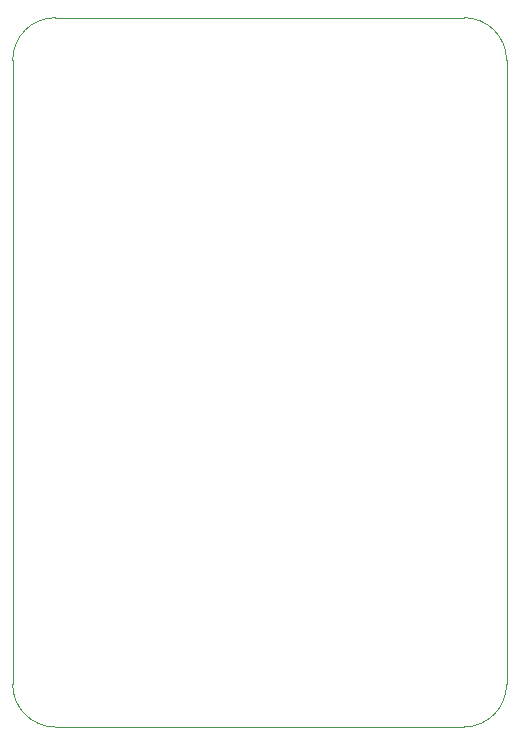
<source format=gbr>
%TF.GenerationSoftware,KiCad,Pcbnew,8.0.3*%
%TF.CreationDate,2024-09-22T14:49:30+02:00*%
%TF.ProjectId,pcb_robot,7063625f-726f-4626-9f74-2e6b69636164,rev?*%
%TF.SameCoordinates,Original*%
%TF.FileFunction,Profile,NP*%
%FSLAX46Y46*%
G04 Gerber Fmt 4.6, Leading zero omitted, Abs format (unit mm)*
G04 Created by KiCad (PCBNEW 8.0.3) date 2024-09-22 14:49:30*
%MOMM*%
%LPD*%
G01*
G04 APERTURE LIST*
%TA.AperFunction,Profile*%
%ADD10C,0.050000*%
%TD*%
G04 APERTURE END LIST*
D10*
X165000000Y-116056041D02*
X130394449Y-116056041D01*
X168605551Y-112450490D02*
G75*
G02*
X165000000Y-116056051I-3605551J-10D01*
G01*
X130394449Y-56000000D02*
X165000000Y-56000000D01*
X168605551Y-59605551D02*
X168605551Y-112450490D01*
X126788898Y-112450490D02*
X126788898Y-59605551D01*
X130394449Y-116056041D02*
G75*
G02*
X126788959Y-112450490I-49J3605441D01*
G01*
X126788898Y-59605551D02*
G75*
G02*
X130394449Y-55999998I3605552J1D01*
G01*
X165000000Y-56000000D02*
G75*
G02*
X168605500Y-59605551I0J-3605500D01*
G01*
M02*

</source>
